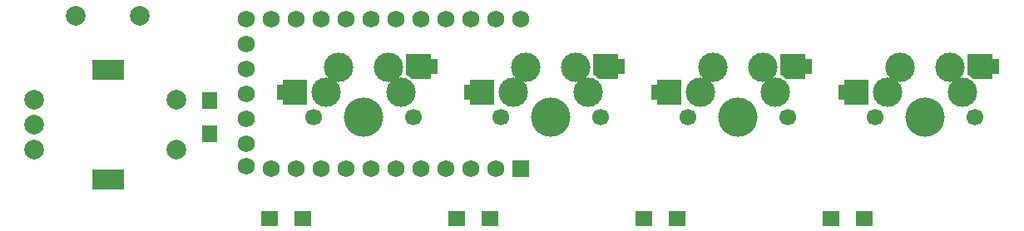
<source format=gbr>
%TF.GenerationSoftware,KiCad,Pcbnew,(6.0.1)*%
%TF.CreationDate,2022-02-15T20:39:13+08:00*%
%TF.ProjectId,Desk_Macropad,4465736b-5f4d-4616-9372-6f7061642e6b,rev?*%
%TF.SameCoordinates,Original*%
%TF.FileFunction,Soldermask,Bot*%
%TF.FilePolarity,Negative*%
%FSLAX46Y46*%
G04 Gerber Fmt 4.6, Leading zero omitted, Abs format (unit mm)*
G04 Created by KiCad (PCBNEW (6.0.1)) date 2022-02-15 20:39:13*
%MOMM*%
%LPD*%
G01*
G04 APERTURE LIST*
G04 Aperture macros list*
%AMFreePoly0*
4,1,24,-0.364645,1.235355,-0.350000,1.200000,-0.350000,0.750000,0.350000,0.750000,0.350000,-0.750000,-0.350000,-0.750000,-0.350000,-1.200000,-0.364645,-1.235355,-0.400000,-1.250000,-2.300000,-1.250000,-2.315318,-1.243655,-2.331235,-1.239043,-2.831235,-0.839043,-2.832649,-0.836476,-2.835355,-0.835355,-2.841697,-0.820044,-2.849694,-0.805522,-2.848878,-0.802708,-2.850000,-0.800000,-2.850000,1.200000,
-2.835355,1.235355,-2.800000,1.250000,-0.400000,1.250000,-0.364645,1.235355,-0.364645,1.235355,$1*%
%AMFreePoly1*
4,1,17,2.735355,1.235355,2.750000,1.200000,2.750000,-1.200000,2.735355,-1.235355,2.700000,-1.250000,0.300000,-1.250000,0.264645,-1.235355,0.250000,-1.200000,0.250000,-0.750000,-0.350000,-0.750000,-0.350000,0.750000,0.250000,0.750000,0.250000,1.200000,0.264645,1.235355,0.300000,1.250000,2.700000,1.250000,2.735355,1.235355,2.735355,1.235355,$1*%
G04 Aperture macros list end*
%ADD10FreePoly0,0.000000*%
%ADD11FreePoly1,0.000000*%
%ADD12C,3.000000*%
%ADD13C,1.700000*%
%ADD14C,4.000000*%
%ADD15R,1.800000X1.500000*%
%ADD16C,2.000000*%
%ADD17R,3.200000X2.000000*%
%ADD18R,1.500000X1.800000*%
%ADD19R,1.752600X1.752600*%
%ADD20C,1.752600*%
G04 APERTURE END LIST*
D10*
%TO.C,SW3*%
X160393750Y-87768750D03*
D11*
X144693750Y-90368750D03*
D12*
X149383750Y-90328749D03*
D13*
X148113750Y-92868750D03*
D14*
X153193750Y-92868750D03*
D12*
X157003750Y-90328750D03*
D13*
X158273750Y-92868750D03*
D12*
X155733750Y-87788750D03*
X150653750Y-87788750D03*
%TD*%
D10*
%TO.C,SW4*%
X179443750Y-87768750D03*
D11*
X163743750Y-90368750D03*
D13*
X167163750Y-92868750D03*
D12*
X169703750Y-87788750D03*
X176053750Y-90328750D03*
D13*
X177323750Y-92868750D03*
D12*
X174783750Y-87788750D03*
D14*
X172243750Y-92868750D03*
D12*
X168433750Y-90328749D03*
%TD*%
D15*
%TO.C,D4*%
X146956250Y-103187500D03*
X143556250Y-103187500D03*
%TD*%
%TO.C,D3*%
X124506250Y-103187500D03*
X127906250Y-103187500D03*
%TD*%
D12*
%TO.C,SW1*%
X117633750Y-87788750D03*
X118903750Y-90328750D03*
D13*
X110013750Y-92868750D03*
D12*
X112553750Y-87788750D03*
D13*
X120173750Y-92868750D03*
D12*
X111283750Y-90328749D03*
D14*
X115093750Y-92868750D03*
D11*
X106593750Y-90368750D03*
D10*
X122293750Y-87768750D03*
%TD*%
D16*
%TO.C,SW5*%
X81543750Y-91162500D03*
X81543750Y-96162500D03*
X81543750Y-93662500D03*
D17*
X89043750Y-88062500D03*
X89043750Y-99262500D03*
D16*
X96043750Y-96162500D03*
X96043750Y-91162500D03*
%TD*%
D15*
%TO.C,D2*%
X105456250Y-103187500D03*
X108856250Y-103187500D03*
%TD*%
D16*
%TO.C,RSW1*%
X85793750Y-82528750D03*
X92293750Y-82528750D03*
%TD*%
D10*
%TO.C,SW2*%
X141343750Y-87768750D03*
D11*
X125643750Y-90368750D03*
D12*
X136683750Y-87788750D03*
X137953750Y-90328750D03*
X130333750Y-90328749D03*
D13*
X129063750Y-92868750D03*
D14*
X134143750Y-92868750D03*
D12*
X131603750Y-87788750D03*
D13*
X139223750Y-92868750D03*
%TD*%
D18*
%TO.C,D1*%
X99362500Y-94568750D03*
X99362500Y-91168750D03*
%TD*%
D15*
%TO.C,D5*%
X166006250Y-103187500D03*
X162606250Y-103187500D03*
%TD*%
D19*
%TO.C,U1*%
X131045750Y-98107500D03*
D20*
X128505750Y-98107500D03*
X125965750Y-98107500D03*
X123425750Y-98107500D03*
X120885750Y-98107500D03*
X118345750Y-98107500D03*
X115805750Y-98107500D03*
X113265750Y-98107500D03*
X110725750Y-98107500D03*
X108185750Y-98107500D03*
X105645750Y-98107500D03*
X103105750Y-97878900D03*
X103105750Y-82867500D03*
X105645750Y-82867500D03*
X108185750Y-82867500D03*
X110725750Y-82867500D03*
X113265750Y-82867500D03*
X115805750Y-82867500D03*
X118345750Y-82867500D03*
X120885750Y-82867500D03*
X123425750Y-82867500D03*
X125965750Y-82867500D03*
X128505750Y-82867500D03*
X131045750Y-82867500D03*
X103105750Y-95567500D03*
X103105750Y-93027500D03*
X103105750Y-90487500D03*
X103105750Y-87947500D03*
X103105750Y-85407500D03*
%TD*%
M02*

</source>
